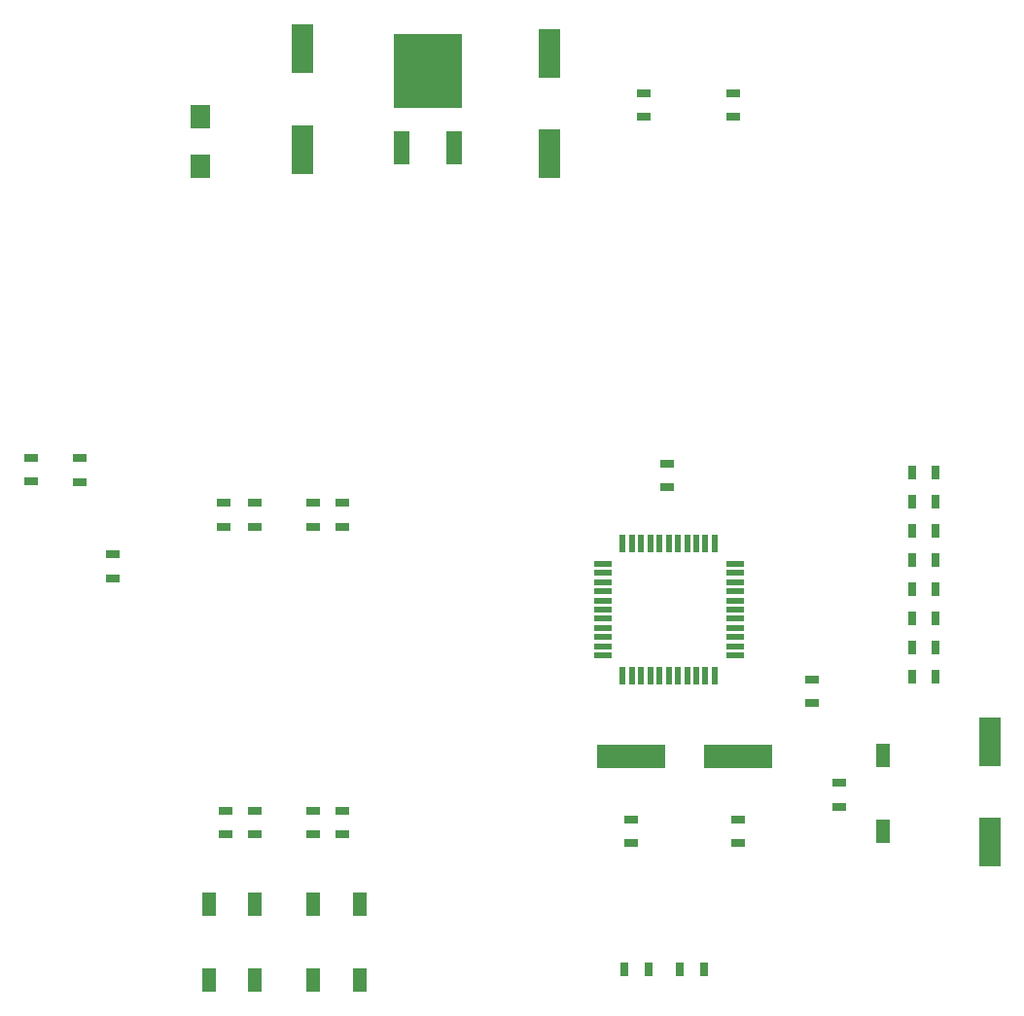
<source format=gtp>
G04 Layer_Color=8421504*
%FSLAX24Y24*%
%MOIN*%
G70*
G01*
G75*
%ADD10R,0.0472X0.0315*%
%ADD11R,0.0217X0.0591*%
%ADD12R,0.0591X0.0217*%
%ADD13R,0.0650X0.0787*%
%ADD14R,0.0472X0.0787*%
%ADD15R,0.0728X0.1713*%
%ADD16R,0.0551X0.1181*%
%ADD17R,0.2362X0.2559*%
%ADD18R,0.2362X0.0787*%
%ADD19R,0.0315X0.0472*%
D10*
X39234Y22310D02*
D03*
Y21490D02*
D03*
X32550Y45140D02*
D03*
Y45960D02*
D03*
X13215Y33450D02*
D03*
Y32630D02*
D03*
X22200Y21360D02*
D03*
Y20540D02*
D03*
X35600Y45140D02*
D03*
Y45960D02*
D03*
X33350Y32440D02*
D03*
Y33260D02*
D03*
X32120Y21060D02*
D03*
Y20240D02*
D03*
X35780Y21060D02*
D03*
Y20240D02*
D03*
X38300Y25040D02*
D03*
Y25860D02*
D03*
X14350Y29315D02*
D03*
Y30135D02*
D03*
X11550Y33460D02*
D03*
Y32640D02*
D03*
X21200Y31090D02*
D03*
Y31910D02*
D03*
X22200Y31090D02*
D03*
Y31910D02*
D03*
X21200Y21360D02*
D03*
Y20540D02*
D03*
X19200Y21360D02*
D03*
Y20540D02*
D03*
X18200Y21360D02*
D03*
Y20540D02*
D03*
X19200Y31090D02*
D03*
Y31910D02*
D03*
X18150Y31090D02*
D03*
Y31910D02*
D03*
D11*
X31825Y25986D02*
D03*
X32140D02*
D03*
X32455D02*
D03*
X32770D02*
D03*
X33085D02*
D03*
X33400D02*
D03*
X33715D02*
D03*
X34030D02*
D03*
X34345D02*
D03*
X34660D02*
D03*
X34975D02*
D03*
Y30514D02*
D03*
X34660D02*
D03*
X34345D02*
D03*
X34030D02*
D03*
X33715D02*
D03*
X33400D02*
D03*
X33085D02*
D03*
X32770D02*
D03*
X32455D02*
D03*
X32140D02*
D03*
X31825D02*
D03*
D12*
X35664Y26675D02*
D03*
Y26990D02*
D03*
Y27305D02*
D03*
Y27620D02*
D03*
Y27935D02*
D03*
Y28250D02*
D03*
Y28565D02*
D03*
Y28880D02*
D03*
Y29195D02*
D03*
Y29510D02*
D03*
Y29825D02*
D03*
X31136D02*
D03*
Y29510D02*
D03*
Y29195D02*
D03*
Y28880D02*
D03*
Y28565D02*
D03*
Y28250D02*
D03*
Y27935D02*
D03*
Y27620D02*
D03*
Y27305D02*
D03*
Y26990D02*
D03*
Y26675D02*
D03*
D13*
X17350Y43454D02*
D03*
Y45146D02*
D03*
D14*
X40750Y20640D02*
D03*
Y23250D02*
D03*
X17650Y15540D02*
D03*
Y18150D02*
D03*
X19226Y15540D02*
D03*
Y18150D02*
D03*
X21200Y15540D02*
D03*
Y18150D02*
D03*
X22800Y15540D02*
D03*
Y18150D02*
D03*
D15*
X29300Y47332D02*
D03*
Y43868D02*
D03*
X44400Y20268D02*
D03*
Y23732D02*
D03*
X20850Y47482D02*
D03*
Y44018D02*
D03*
D16*
X26056Y44085D02*
D03*
X24244D02*
D03*
D17*
X25150Y46715D02*
D03*
D18*
X35780Y23200D02*
D03*
X32120D02*
D03*
D19*
X34610Y15907D02*
D03*
X33790D02*
D03*
X32710D02*
D03*
X31890D02*
D03*
X42550Y25950D02*
D03*
X41730D02*
D03*
X42550Y26950D02*
D03*
X41730D02*
D03*
X42550Y27950D02*
D03*
X41730D02*
D03*
X42550Y28950D02*
D03*
X41730D02*
D03*
X42550Y29950D02*
D03*
X41730D02*
D03*
X42550Y30950D02*
D03*
X41730D02*
D03*
X42550Y31950D02*
D03*
X41730D02*
D03*
X42550Y32945D02*
D03*
X41730D02*
D03*
M02*

</source>
